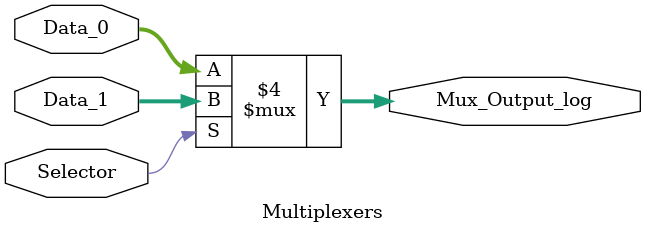
<source format=sv>
module Multiplexers 
#(parameter WORD_LENGHT = 8)

(
	// Input Ports
	input Selector,
	input [WORD_LENGHT-1 : 0]Data_0,
	input [WORD_LENGHT-1 : 0]Data_1,
	
	// Output Ports
	output logic [WORD_LENGHT-1 : 0]Mux_Output_log

);

//logic Mux_Output_log;

always_comb begin: ThisIsAMUX

	if (Selector == 1'b1)
		Mux_Output_log = Data_1;
	else 
		Mux_Output_log = Data_0;

end : ThisIsAMUX

//assign Mux_Output = Mux_Output_log;

endmodule
</source>
